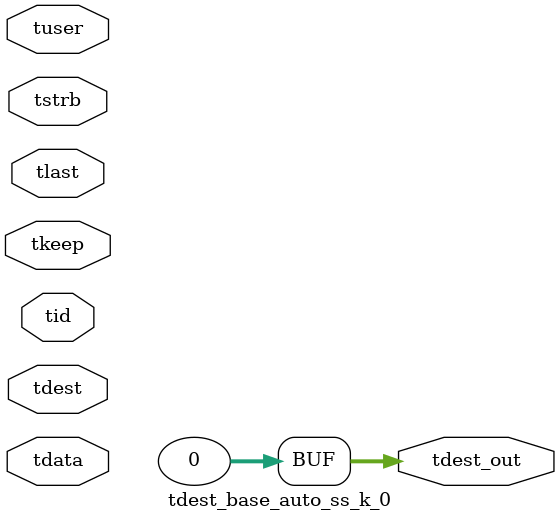
<source format=v>


`timescale 1ps/1ps

module tdest_base_auto_ss_k_0 #
(
parameter C_S_AXIS_TDATA_WIDTH = 32,
parameter C_S_AXIS_TUSER_WIDTH = 0,
parameter C_S_AXIS_TID_WIDTH   = 0,
parameter C_S_AXIS_TDEST_WIDTH = 0,
parameter C_M_AXIS_TDEST_WIDTH = 32
)
(
input  [(C_S_AXIS_TDATA_WIDTH == 0 ? 1 : C_S_AXIS_TDATA_WIDTH)-1:0     ] tdata,
input  [(C_S_AXIS_TUSER_WIDTH == 0 ? 1 : C_S_AXIS_TUSER_WIDTH)-1:0     ] tuser,
input  [(C_S_AXIS_TID_WIDTH   == 0 ? 1 : C_S_AXIS_TID_WIDTH)-1:0       ] tid,
input  [(C_S_AXIS_TDEST_WIDTH == 0 ? 1 : C_S_AXIS_TDEST_WIDTH)-1:0     ] tdest,
input  [(C_S_AXIS_TDATA_WIDTH/8)-1:0 ] tkeep,
input  [(C_S_AXIS_TDATA_WIDTH/8)-1:0 ] tstrb,
input                                                                    tlast,
output [C_M_AXIS_TDEST_WIDTH-1:0] tdest_out
);

assign tdest_out = {1'b0};

endmodule


</source>
